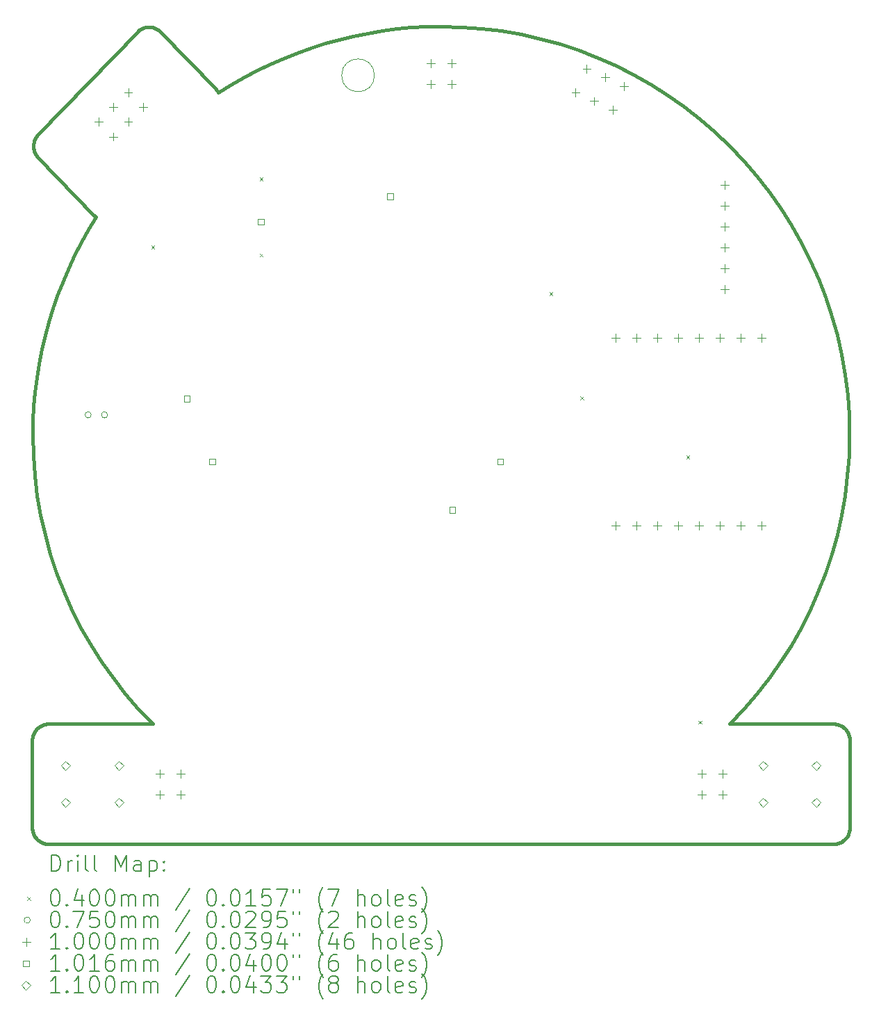
<source format=gbr>
%TF.GenerationSoftware,KiCad,Pcbnew,(6.0.9)*%
%TF.CreationDate,2023-02-14T14:55:29-08:00*%
%TF.ProjectId,DC31_Cnet_Badge_Rear,44433331-5f43-46e6-9574-5f4261646765,rev?*%
%TF.SameCoordinates,Original*%
%TF.FileFunction,Drillmap*%
%TF.FilePolarity,Positive*%
%FSLAX45Y45*%
G04 Gerber Fmt 4.5, Leading zero omitted, Abs format (unit mm)*
G04 Created by KiCad (PCBNEW (6.0.9)) date 2023-02-14 14:55:29*
%MOMM*%
%LPD*%
G01*
G04 APERTURE LIST*
%ADD10C,0.464309*%
%ADD11C,0.100000*%
%ADD12C,0.200000*%
%ADD13C,0.040000*%
%ADD14C,0.075000*%
%ADD15C,0.101600*%
%ADD16C,0.110000*%
G04 APERTURE END LIST*
D10*
X5073216Y-6602949D02*
X5079168Y-6610837D01*
X5043101Y-6541155D02*
X5046119Y-6550571D01*
X14908316Y-14935425D02*
X14915572Y-14929139D01*
X14977031Y-14821412D02*
X14978790Y-14811563D01*
X6488676Y-5036275D02*
X6479281Y-5034088D01*
X5021218Y-14811560D02*
X5022976Y-14821408D01*
X5040529Y-6531587D02*
X5043101Y-6541155D01*
X14390504Y-7656459D02*
X14270788Y-7444780D01*
X12126495Y-5500375D02*
X11904531Y-5402028D01*
X9283583Y-5076226D02*
X9106970Y-5105473D01*
X5787985Y-7341927D02*
X5791178Y-7344440D01*
X5188434Y-14978788D02*
X5198442Y-14980061D01*
X5092243Y-6338368D02*
X5092243Y-6338368D01*
X5019174Y-14791398D02*
X5019946Y-14801553D01*
X5178598Y-13522977D02*
X5168923Y-13525210D01*
X14811563Y-14978790D02*
X14821412Y-14977031D01*
X5027907Y-13659431D02*
X5025212Y-13668921D01*
X14980063Y-13698454D02*
X14978792Y-13688447D01*
X5862782Y-12761324D02*
X6003501Y-12960998D01*
X5064585Y-13591692D02*
X5058648Y-13599247D01*
X13519128Y-6480857D02*
X13340298Y-6310679D01*
X5208598Y-14980834D02*
X5218889Y-14981096D01*
X6365412Y-5045614D02*
X6356636Y-5049629D01*
X5053072Y-13607087D02*
X5047870Y-13615201D01*
X10975449Y-5119708D02*
X10734912Y-5077740D01*
X5046119Y-6550571D02*
X5049576Y-6559819D01*
X5018914Y-14781108D02*
X5018914Y-14781108D01*
X6374367Y-5042045D02*
X6365412Y-5045614D01*
X12960890Y-5999756D02*
X12761126Y-5859349D01*
X14867820Y-13538641D02*
X14858962Y-13534636D01*
X6339686Y-5058971D02*
X6331544Y-5064285D01*
X5067663Y-6369315D02*
X5062515Y-6377723D01*
X14922526Y-13577497D02*
X14915581Y-13570876D01*
X14831087Y-14974797D02*
X14840577Y-14972102D01*
X6411656Y-5032374D02*
X6402145Y-5034088D01*
X5047870Y-13615201D02*
X5043055Y-13623576D01*
X13514416Y-13518912D02*
X13684910Y-13340229D01*
X5141048Y-14965372D02*
X5150129Y-14968953D01*
X14781120Y-13518912D02*
X14781120Y-13518912D01*
X13996465Y-12961056D02*
X14137188Y-12761383D01*
X14961377Y-13632205D02*
X14956961Y-13623583D01*
X14981096Y-13718899D02*
X14981096Y-13718899D01*
X9640134Y-5036822D02*
X9461360Y-5053326D01*
X5018914Y-13718899D02*
X5018914Y-14781108D01*
X14952139Y-14884806D02*
X14956955Y-14876432D01*
X5023203Y-10000004D02*
X5023203Y-10000004D01*
X14970441Y-10246896D02*
X14976808Y-10000005D01*
X7756051Y-5561932D02*
X7597443Y-5646051D01*
X14387674Y-12343903D02*
X14497098Y-12126914D01*
X5048058Y-10492073D02*
X5078511Y-10735168D01*
X6323646Y-5070017D02*
X6316007Y-5076161D01*
X6579852Y-5089659D02*
X6579852Y-5089659D01*
X5178586Y-14977028D02*
X5188434Y-14978788D01*
X5794422Y-7346885D02*
X5794422Y-7346885D01*
X9461360Y-5053326D02*
X9283583Y-5076226D01*
X5067663Y-6594793D02*
X5073216Y-6602949D01*
X13514416Y-13518912D02*
X13514416Y-13518912D01*
X5051891Y-9474340D02*
X5036172Y-9648842D01*
X14935425Y-14908316D02*
X14941362Y-14900761D01*
X7266380Y-5799185D02*
X7262038Y-5794224D01*
X5702996Y-7497184D02*
X5617122Y-7650279D01*
X5272618Y-8452250D02*
X5221007Y-8618853D01*
X7257537Y-5789409D02*
X7257537Y-5789409D01*
X5150129Y-14968953D02*
X5159421Y-14972098D01*
X14970691Y-9753216D02*
X14952454Y-9508103D01*
X5218889Y-14981096D02*
X5218889Y-14981096D01*
X5062515Y-6377723D02*
X5057781Y-6386366D01*
X5038633Y-14867802D02*
X5043049Y-14876425D01*
X7288905Y-5831784D02*
X7285586Y-5826035D01*
X5141059Y-13534631D02*
X5132201Y-13538636D01*
X14821412Y-14977031D02*
X14831087Y-14974797D01*
X5084438Y-13570869D02*
X5077492Y-13577490D01*
X14978790Y-14811563D02*
X14980062Y-14801555D01*
X5123567Y-14956949D02*
X5132190Y-14961366D01*
X6392750Y-5036275D02*
X6383485Y-5038930D01*
X13684910Y-13340229D02*
X13845649Y-13154141D01*
X5077492Y-13577490D02*
X5070870Y-13584436D01*
X10000005Y-5023203D02*
X9819738Y-5026764D01*
X5049576Y-6404290D02*
X5046119Y-6413538D01*
X14801555Y-14980062D02*
X14811563Y-14978790D01*
X14981096Y-14781108D02*
X14981096Y-14781108D01*
X8931688Y-5141016D02*
X8757906Y-5182806D01*
X5462212Y-7964236D02*
X5393266Y-8124786D01*
X14981096Y-13718899D02*
X14980836Y-13708609D01*
X5043049Y-14876425D02*
X5047864Y-14884799D01*
X5099249Y-13558646D02*
X5091694Y-13564583D01*
X5034628Y-14858944D02*
X5038633Y-14867802D01*
X5198454Y-13519945D02*
X5188446Y-13521218D01*
X5019947Y-13698452D02*
X5019174Y-13708608D01*
X5123578Y-13543053D02*
X5115203Y-13547868D01*
X5062515Y-6586385D02*
X5067663Y-6594793D01*
X14974800Y-13668925D02*
X14972106Y-13659436D01*
X9999987Y-5023203D02*
X9999987Y-5023203D01*
X14952146Y-13615208D02*
X14946944Y-13607095D01*
X5034835Y-6471978D02*
X5034593Y-6482054D01*
X7597443Y-5646051D02*
X7441672Y-5736019D01*
X5168911Y-14974794D02*
X5178586Y-14977028D01*
X11678036Y-5314620D02*
X11447419Y-5238317D01*
X5085512Y-6345669D02*
X5079168Y-6353272D01*
X5036172Y-9648842D02*
X5026594Y-9824116D01*
X7441672Y-5736019D02*
X7288905Y-5831784D01*
X5769927Y-7325491D02*
X5772801Y-7328388D01*
X6549882Y-5064285D02*
X6541741Y-5058971D01*
X12555201Y-5729204D02*
X12343521Y-5609490D01*
X12761126Y-5859349D02*
X12555201Y-5729204D01*
X6316007Y-5076161D02*
X6308645Y-5082711D01*
X5781751Y-7336704D02*
X5784842Y-7339348D01*
X5049576Y-6559819D02*
X5053465Y-6568881D01*
X5772801Y-7328388D02*
X5775730Y-7331224D01*
X5316526Y-11678421D02*
X5404232Y-11904911D01*
X5218901Y-13518912D02*
X5208610Y-13519173D01*
X14140641Y-7238855D02*
X14000233Y-7039092D01*
X14781108Y-14981096D02*
X14791399Y-14980835D01*
X5791178Y-7344440D02*
X5794422Y-7346885D01*
X8247224Y-5345157D02*
X8081109Y-5411434D01*
X14952454Y-9508103D02*
X14922266Y-9265073D01*
X5018914Y-14781108D02*
X5019174Y-14791398D01*
X7270559Y-5804288D02*
X7266380Y-5799185D01*
X5084429Y-14929132D02*
X5091685Y-14935418D01*
X7274573Y-5809529D02*
X7270559Y-5804288D01*
X14961371Y-14867809D02*
X14965377Y-14858950D01*
X14821424Y-13522979D02*
X14811576Y-13521220D01*
X5038410Y-6442225D02*
X5036750Y-6452046D01*
X13689307Y-6659686D02*
X13519128Y-6480857D01*
X5769927Y-7325491D02*
X5769927Y-7325491D01*
X5099239Y-14941355D02*
X5107079Y-14946931D01*
X5159421Y-14972098D02*
X5168911Y-14974794D01*
X5022979Y-13678596D02*
X5021220Y-13688444D01*
X14791399Y-14980835D02*
X14801555Y-14980062D01*
X14915572Y-14929139D02*
X14922517Y-14922517D01*
X5208610Y-13519173D02*
X5198454Y-13519945D01*
X5073216Y-6361159D02*
X5067663Y-6369315D01*
X5057781Y-6386366D02*
X5053465Y-6395227D01*
X14849880Y-13531054D02*
X14840588Y-13527909D01*
X5502881Y-12126854D02*
X5612302Y-12343843D01*
X5031052Y-13650139D02*
X5027907Y-13659431D01*
X14867809Y-14961371D02*
X14876432Y-14956955D01*
X7262038Y-5794224D02*
X7257537Y-5789409D01*
X14976808Y-10000005D02*
X14970691Y-9753216D01*
X5035556Y-6502139D02*
X5036750Y-6512062D01*
X14965377Y-14858950D02*
X14968958Y-14849869D01*
X5132190Y-14961366D02*
X5141048Y-14965372D01*
X14876442Y-13543058D02*
X14867820Y-13538641D01*
X6003501Y-12960998D02*
X6154314Y-13154085D01*
X6572781Y-5082711D02*
X6565419Y-5076161D01*
X8585789Y-5230793D02*
X8415506Y-5284926D01*
X14781120Y-13518912D02*
X13514416Y-13518912D01*
X14892930Y-13553076D02*
X14884817Y-13547874D01*
X14595750Y-11904969D02*
X14683460Y-11678477D01*
X14000233Y-7039092D02*
X13849732Y-6845900D01*
X5115193Y-14952133D02*
X5123567Y-14956949D01*
X14900761Y-14941362D02*
X14908316Y-14935425D01*
X5393266Y-8124786D02*
X5330053Y-8287509D01*
X5064577Y-14908308D02*
X5070862Y-14915565D01*
X5188446Y-13521218D02*
X5178598Y-13522977D01*
X5036750Y-6512062D02*
X5038410Y-6521884D01*
X5150141Y-13531050D02*
X5141059Y-13534631D01*
X14761683Y-8552562D02*
X14685379Y-8321944D01*
X5404232Y-11904911D02*
X5502881Y-12126854D01*
X7282090Y-5820407D02*
X7278417Y-5814903D01*
X14974797Y-14831087D02*
X14977031Y-14821412D01*
X14683460Y-11678477D02*
X14760059Y-11447846D01*
X5085512Y-6618440D02*
X5092243Y-6625741D01*
X14956955Y-14876432D02*
X14961371Y-14867809D01*
X5078511Y-10735168D02*
X5120753Y-10975759D01*
X14978792Y-13688447D02*
X14977033Y-13678600D01*
X5135437Y-8957020D02*
X5101568Y-9128274D01*
X14267647Y-12555529D02*
X14387674Y-12343903D01*
X11447419Y-5238317D02*
X11213087Y-5173291D01*
X5073704Y-9300766D02*
X5051891Y-9474340D01*
X5079168Y-6610837D02*
X5085512Y-6618440D01*
X7285586Y-5826035D02*
X7282090Y-5820407D01*
X6460162Y-5031142D02*
X6450470Y-5030397D01*
X5019174Y-13708608D02*
X5018914Y-13718899D01*
X14801567Y-13519947D02*
X14791411Y-13519173D01*
X5107079Y-14946931D02*
X5115193Y-14952133D01*
X5046119Y-6413538D02*
X5043101Y-6422954D01*
X14840577Y-14972102D02*
X14849869Y-14968958D01*
X12343521Y-5609490D02*
X12126495Y-5500375D01*
X14956961Y-13623583D02*
X14952146Y-13615208D01*
X14972102Y-14840577D02*
X14974797Y-14831087D01*
X6301574Y-5089659D02*
X6301574Y-5089659D01*
X14760059Y-11447846D02*
X14825376Y-11213484D01*
X14915581Y-13570876D02*
X14908325Y-13564590D01*
X6301574Y-5089659D02*
X5092243Y-6338368D01*
X5021220Y-13688444D02*
X5019947Y-13698452D01*
X5617122Y-7650279D02*
X5536846Y-7806015D01*
X13519128Y-6480857D02*
X13519128Y-6480857D01*
X14980062Y-14801555D02*
X14980835Y-14791399D01*
X5091694Y-13564583D02*
X5084438Y-13570869D01*
X14935432Y-13591699D02*
X14929147Y-13584443D01*
X5115203Y-13547868D02*
X5107089Y-13553070D01*
X6485542Y-13518861D02*
X5218901Y-13518912D01*
X7288905Y-5831784D02*
X7288905Y-5831784D01*
X6154314Y-13154085D02*
X6315051Y-13340175D01*
X6541741Y-5058971D02*
X6533371Y-5054084D01*
X8081109Y-5411434D02*
X7917329Y-5483709D01*
X6479281Y-5034088D02*
X6469770Y-5032374D01*
X5778714Y-7333996D02*
X5781751Y-7336704D01*
X14965381Y-13641063D02*
X14961377Y-13632205D01*
X14922517Y-14922517D02*
X14929139Y-14915572D01*
X5101568Y-9128274D02*
X5073704Y-9300766D01*
X5053465Y-6395227D02*
X5049576Y-6404290D01*
X5077484Y-14922510D02*
X5084429Y-14929132D01*
X14858950Y-14965377D02*
X14867809Y-14961371D01*
X14968958Y-14849869D02*
X14972102Y-14840577D01*
X14826711Y-8786894D02*
X14761683Y-8552562D01*
X5053065Y-14892913D02*
X5058641Y-14900754D01*
X14831099Y-13525213D02*
X14821424Y-13522979D01*
X6497941Y-5038930D02*
X6488676Y-5036275D01*
X5218901Y-13518912D02*
X5218901Y-13518912D01*
X14858962Y-13534636D02*
X14849880Y-13531054D01*
X6440713Y-5030148D02*
X6440713Y-5030148D01*
X5330053Y-8287509D02*
X5272618Y-8452250D01*
X14840588Y-13527909D02*
X14831099Y-13525213D01*
X5174616Y-11213437D02*
X5239930Y-11447794D01*
X5168923Y-13525210D02*
X5159433Y-13527906D01*
X5092243Y-6625741D02*
X5769927Y-7325491D01*
X6565419Y-5076161D02*
X6557781Y-5070017D01*
X5026594Y-9824116D02*
X5023203Y-10000004D01*
X5091685Y-14935418D02*
X5099239Y-14941355D01*
X5025209Y-14831082D02*
X5027904Y-14840572D01*
X14929147Y-13584443D02*
X14922526Y-13577497D01*
X6469770Y-5032374D02*
X6460162Y-5031142D01*
X14884806Y-14952139D02*
X14892920Y-14946937D01*
X5058648Y-13599247D02*
X5053072Y-13607087D01*
X14781108Y-14981096D02*
X14781108Y-14981096D01*
X5218889Y-14981096D02*
X14781108Y-14981096D01*
X5775730Y-7331224D02*
X5778714Y-7333996D01*
X9106970Y-5105473D02*
X8931688Y-5141016D01*
X6516015Y-5045614D02*
X6507060Y-5042045D01*
X7257537Y-5789409D02*
X6579852Y-5089659D01*
X5038410Y-6521884D02*
X5040529Y-6531587D01*
X9819738Y-5026764D02*
X9640134Y-5036822D01*
X6430956Y-5030397D02*
X6421265Y-5031142D01*
X6331544Y-5064285D02*
X6323646Y-5070017D01*
X5023203Y-10000004D02*
X5029566Y-10246883D01*
X5536846Y-7806015D02*
X5462212Y-7964236D01*
X14946937Y-14892920D02*
X14952139Y-14884806D01*
X14597968Y-8095449D02*
X14499620Y-7873485D01*
X5092243Y-6338368D02*
X5085512Y-6345669D01*
X6421265Y-5031142D02*
X6411656Y-5032374D01*
X5034593Y-6482054D02*
X5034835Y-6492131D01*
X5043101Y-6422954D02*
X5040529Y-6432522D01*
X14968962Y-13650144D02*
X14965381Y-13641063D01*
X14941369Y-13599254D02*
X14935432Y-13591699D01*
X5612302Y-12343843D02*
X5732325Y-12555469D01*
X5036750Y-6452046D02*
X5035556Y-6461969D01*
X14270788Y-7444780D02*
X14140641Y-7238855D01*
X14980836Y-13708609D02*
X14980063Y-13698454D01*
X8415506Y-5284926D02*
X8247224Y-5345157D01*
X5120753Y-10975759D02*
X5174616Y-11213437D01*
X14976808Y-10000005D02*
X14976808Y-10000005D01*
X10246773Y-5029318D02*
X9999987Y-5023203D01*
X14879243Y-10975800D02*
X14921489Y-10735202D01*
X5029566Y-10246883D02*
X5048058Y-10492073D01*
X5784842Y-7339348D02*
X5787985Y-7341927D01*
X5057781Y-6577743D02*
X5062515Y-6586385D01*
X6450470Y-5030397D02*
X6440713Y-5030148D01*
X5053465Y-6568881D02*
X5057781Y-6577743D01*
X10491884Y-5047553D02*
X10246773Y-5029318D01*
X9999987Y-5023203D02*
X10000005Y-5023203D01*
X6507060Y-5042045D02*
X6497941Y-5038930D01*
D11*
X9190000Y-5620000D02*
G75*
G03*
X9190000Y-5620000I-200000J0D01*
G01*
D10*
X5040529Y-6432522D02*
X5038410Y-6442225D01*
X5732325Y-12555469D02*
X5862782Y-12761324D01*
X14811576Y-13521220D02*
X14801567Y-13519947D01*
X5043055Y-13623576D02*
X5038638Y-13632199D01*
X5019946Y-14801553D02*
X5021218Y-14811560D01*
X14849869Y-14968958D02*
X14858950Y-14965377D01*
X14922266Y-9265073D02*
X14880295Y-9024534D01*
X5058641Y-14900754D02*
X5064577Y-14908308D01*
X5070862Y-14915565D02*
X5077484Y-14922510D01*
X5018914Y-13718899D02*
X5018914Y-13718899D01*
X6440713Y-5030148D02*
X6430956Y-5030397D01*
X6402145Y-5034088D02*
X6392750Y-5036275D01*
X5175265Y-8787161D02*
X5135437Y-8957020D01*
X5794422Y-7346885D02*
X5702996Y-7497184D01*
X5221007Y-8618853D02*
X5175265Y-8787161D01*
X14951945Y-10492098D02*
X14970441Y-10246896D01*
X6533371Y-5054084D02*
X6524791Y-5049629D01*
X5132201Y-13538636D02*
X5123578Y-13543053D01*
X8757906Y-5182806D02*
X8585789Y-5230793D01*
X5239930Y-11447794D02*
X5316526Y-11678421D01*
X5025212Y-13668921D02*
X5022979Y-13678596D01*
X5022976Y-14821408D02*
X5025209Y-14831082D01*
X14929139Y-14915572D02*
X14935425Y-14908316D01*
X14941362Y-14900761D02*
X14946937Y-14892920D01*
X5107089Y-13553070D02*
X5099249Y-13558646D01*
X14685379Y-8321944D02*
X14597968Y-8095449D01*
X13845649Y-13154141D02*
X13996465Y-12961056D01*
X7278417Y-5814903D02*
X7274573Y-5809529D01*
X14497098Y-12126914D02*
X14595750Y-11904969D01*
X5070870Y-13584436D02*
X5064585Y-13591692D01*
X14499620Y-7873485D02*
X14390504Y-7656459D01*
X14972106Y-13659436D02*
X14968962Y-13650144D01*
X5034835Y-6492131D02*
X5035556Y-6502139D01*
X6383485Y-5038930D02*
X6374367Y-5042045D01*
X5092243Y-6625741D02*
X5092243Y-6625741D01*
X6356636Y-5049629D02*
X6348055Y-5054084D01*
X14977033Y-13678600D02*
X14974800Y-13668925D01*
X11904531Y-5402028D02*
X11678036Y-5314620D01*
X14791411Y-13519173D02*
X14781120Y-13518912D01*
X14137188Y-12761383D02*
X14267647Y-12555529D01*
X11213087Y-5173291D02*
X10975449Y-5119708D01*
X14825376Y-11213484D02*
X14879243Y-10975800D01*
X5198442Y-14980061D02*
X5208598Y-14980834D01*
X5034633Y-13641057D02*
X5031052Y-13650139D01*
X6579852Y-5089659D02*
X6572781Y-5082711D01*
X5027904Y-14840572D02*
X5031048Y-14849863D01*
X5079168Y-6353272D02*
X5073216Y-6361159D01*
X14921489Y-10735202D02*
X14951945Y-10492098D01*
X13340298Y-6310679D02*
X13154083Y-6150256D01*
X14980835Y-14791399D02*
X14981096Y-14781108D01*
X6348055Y-5054084D02*
X6339686Y-5058971D01*
X5034593Y-6482054D02*
X5034593Y-6482054D01*
X13154083Y-6150256D02*
X12960890Y-5999756D01*
X6315051Y-13340175D02*
X6485542Y-13518861D01*
X14900771Y-13558652D02*
X14892930Y-13553076D01*
X5159433Y-13527906D02*
X5150141Y-13531050D01*
X13849732Y-6845900D02*
X13689307Y-6659686D01*
X10734912Y-5077740D02*
X10491884Y-5047553D01*
X14884817Y-13547874D02*
X14876442Y-13543058D01*
X14946944Y-13607095D02*
X14941369Y-13599254D01*
X14908325Y-13564590D02*
X14900771Y-13558652D01*
X14880295Y-9024534D02*
X14826711Y-8786894D01*
X6524791Y-5049629D02*
X6516015Y-5045614D01*
X5031048Y-14849863D02*
X5034628Y-14858944D01*
X14892920Y-14946937D02*
X14900761Y-14941362D01*
X5047864Y-14884799D02*
X5053065Y-14892913D01*
X14876432Y-14956955D02*
X14884806Y-14952139D01*
X5035556Y-6461969D02*
X5034835Y-6471978D01*
X6308645Y-5082711D02*
X6301574Y-5089659D01*
X6557781Y-5070017D02*
X6549882Y-5064285D01*
X5038638Y-13632199D02*
X5034633Y-13641057D01*
X7917329Y-5483709D02*
X7756051Y-5561932D01*
X6485542Y-13518861D02*
X6485542Y-13518861D01*
X14981096Y-14781108D02*
X14981096Y-13718899D01*
D12*
D13*
X6470000Y-7690000D02*
X6510000Y-7730000D01*
X6510000Y-7690000D02*
X6470000Y-7730000D01*
X7790000Y-6860000D02*
X7830000Y-6900000D01*
X7830000Y-6860000D02*
X7790000Y-6900000D01*
X7790000Y-7790000D02*
X7830000Y-7830000D01*
X7830000Y-7790000D02*
X7790000Y-7830000D01*
X11320000Y-8260000D02*
X11360000Y-8300000D01*
X11360000Y-8260000D02*
X11320000Y-8300000D01*
X11700000Y-9530000D02*
X11740000Y-9570000D01*
X11740000Y-9530000D02*
X11700000Y-9570000D01*
X12990000Y-10250000D02*
X13030000Y-10290000D01*
X13030000Y-10250000D02*
X12990000Y-10290000D01*
X13140000Y-13480000D02*
X13180000Y-13520000D01*
X13180000Y-13480000D02*
X13140000Y-13520000D01*
D14*
X5737500Y-9755000D02*
G75*
G03*
X5737500Y-9755000I-37500J0D01*
G01*
X5937500Y-9755000D02*
G75*
G03*
X5937500Y-9755000I-37500J0D01*
G01*
D11*
X5830239Y-6137328D02*
X5830239Y-6237328D01*
X5780239Y-6187328D02*
X5880239Y-6187328D01*
X6009844Y-5957723D02*
X6009844Y-6057723D01*
X5959844Y-6007723D02*
X6059844Y-6007723D01*
X6009844Y-6316933D02*
X6009844Y-6416933D01*
X5959844Y-6366933D02*
X6059844Y-6366933D01*
X6189449Y-5778117D02*
X6189449Y-5878117D01*
X6139449Y-5828117D02*
X6239449Y-5828117D01*
X6189449Y-6137328D02*
X6189449Y-6237328D01*
X6139449Y-6187328D02*
X6239449Y-6187328D01*
X6369054Y-5957723D02*
X6369054Y-6057723D01*
X6319054Y-6007723D02*
X6419054Y-6007723D01*
X6575000Y-14075000D02*
X6575000Y-14175000D01*
X6525000Y-14125000D02*
X6625000Y-14125000D01*
X6575000Y-14329000D02*
X6575000Y-14429000D01*
X6525000Y-14379000D02*
X6625000Y-14379000D01*
X6829000Y-14075000D02*
X6829000Y-14175000D01*
X6779000Y-14125000D02*
X6879000Y-14125000D01*
X6829000Y-14329000D02*
X6829000Y-14429000D01*
X6779000Y-14379000D02*
X6879000Y-14379000D01*
X9875000Y-5425000D02*
X9875000Y-5525000D01*
X9825000Y-5475000D02*
X9925000Y-5475000D01*
X9875000Y-5679000D02*
X9875000Y-5779000D01*
X9825000Y-5729000D02*
X9925000Y-5729000D01*
X10129000Y-5425000D02*
X10129000Y-5525000D01*
X10079000Y-5475000D02*
X10179000Y-5475000D01*
X10129000Y-5679000D02*
X10129000Y-5779000D01*
X10079000Y-5729000D02*
X10179000Y-5729000D01*
X11641608Y-5778709D02*
X11641608Y-5878709D01*
X11591608Y-5828709D02*
X11691608Y-5828709D01*
X11776846Y-5488691D02*
X11776846Y-5588691D01*
X11726846Y-5538691D02*
X11826846Y-5538691D01*
X11868185Y-5884364D02*
X11868185Y-5984364D01*
X11818185Y-5934364D02*
X11918185Y-5934364D01*
X12003423Y-5594345D02*
X12003423Y-5694345D01*
X11953423Y-5644345D02*
X12053423Y-5644345D01*
X12094762Y-5990018D02*
X12094762Y-6090018D01*
X12044762Y-6040018D02*
X12144762Y-6040018D01*
X12130000Y-8764000D02*
X12130000Y-8864000D01*
X12080000Y-8814000D02*
X12180000Y-8814000D01*
X12130000Y-11050000D02*
X12130000Y-11150000D01*
X12080000Y-11100000D02*
X12180000Y-11100000D01*
X12230000Y-5700000D02*
X12230000Y-5800000D01*
X12180000Y-5750000D02*
X12280000Y-5750000D01*
X12384000Y-8764000D02*
X12384000Y-8864000D01*
X12334000Y-8814000D02*
X12434000Y-8814000D01*
X12384000Y-11050000D02*
X12384000Y-11150000D01*
X12334000Y-11100000D02*
X12434000Y-11100000D01*
X12638000Y-8764000D02*
X12638000Y-8864000D01*
X12588000Y-8814000D02*
X12688000Y-8814000D01*
X12638000Y-11050000D02*
X12638000Y-11150000D01*
X12588000Y-11100000D02*
X12688000Y-11100000D01*
X12892000Y-8764000D02*
X12892000Y-8864000D01*
X12842000Y-8814000D02*
X12942000Y-8814000D01*
X12892000Y-11050000D02*
X12892000Y-11150000D01*
X12842000Y-11100000D02*
X12942000Y-11100000D01*
X13146000Y-8764000D02*
X13146000Y-8864000D01*
X13096000Y-8814000D02*
X13196000Y-8814000D01*
X13146000Y-11050000D02*
X13146000Y-11150000D01*
X13096000Y-11100000D02*
X13196000Y-11100000D01*
X13175000Y-14075000D02*
X13175000Y-14175000D01*
X13125000Y-14125000D02*
X13225000Y-14125000D01*
X13175000Y-14329000D02*
X13175000Y-14429000D01*
X13125000Y-14379000D02*
X13225000Y-14379000D01*
X13400000Y-8764000D02*
X13400000Y-8864000D01*
X13350000Y-8814000D02*
X13450000Y-8814000D01*
X13400000Y-11050000D02*
X13400000Y-11150000D01*
X13350000Y-11100000D02*
X13450000Y-11100000D01*
X13429000Y-14075000D02*
X13429000Y-14175000D01*
X13379000Y-14125000D02*
X13479000Y-14125000D01*
X13429000Y-14329000D02*
X13429000Y-14429000D01*
X13379000Y-14379000D02*
X13479000Y-14379000D01*
X13460000Y-6902000D02*
X13460000Y-7002000D01*
X13410000Y-6952000D02*
X13510000Y-6952000D01*
X13460000Y-7156000D02*
X13460000Y-7256000D01*
X13410000Y-7206000D02*
X13510000Y-7206000D01*
X13460000Y-7410000D02*
X13460000Y-7510000D01*
X13410000Y-7460000D02*
X13510000Y-7460000D01*
X13460000Y-7664000D02*
X13460000Y-7764000D01*
X13410000Y-7714000D02*
X13510000Y-7714000D01*
X13460000Y-7918000D02*
X13460000Y-8018000D01*
X13410000Y-7968000D02*
X13510000Y-7968000D01*
X13460000Y-8172000D02*
X13460000Y-8272000D01*
X13410000Y-8222000D02*
X13510000Y-8222000D01*
X13654000Y-8764000D02*
X13654000Y-8864000D01*
X13604000Y-8814000D02*
X13704000Y-8814000D01*
X13654000Y-11050000D02*
X13654000Y-11150000D01*
X13604000Y-11100000D02*
X13704000Y-11100000D01*
X13908000Y-8764000D02*
X13908000Y-8864000D01*
X13858000Y-8814000D02*
X13958000Y-8814000D01*
X13908000Y-11050000D02*
X13908000Y-11150000D01*
X13858000Y-11100000D02*
X13958000Y-11100000D01*
D15*
X6940901Y-9594701D02*
X6940901Y-9522859D01*
X6869059Y-9522859D01*
X6869059Y-9594701D01*
X6940901Y-9594701D01*
X7250781Y-10359241D02*
X7250781Y-10287399D01*
X7178939Y-10287399D01*
X7178939Y-10359241D01*
X7250781Y-10359241D01*
X7842601Y-7440781D02*
X7842601Y-7368939D01*
X7770759Y-7368939D01*
X7770759Y-7440781D01*
X7842601Y-7440781D01*
X9417401Y-7130901D02*
X9417401Y-7059059D01*
X9345559Y-7059059D01*
X9345559Y-7130901D01*
X9417401Y-7130901D01*
X10174321Y-10948521D02*
X10174321Y-10876679D01*
X10102479Y-10876679D01*
X10102479Y-10948521D01*
X10174321Y-10948521D01*
X10758521Y-10361781D02*
X10758521Y-10289939D01*
X10686679Y-10289939D01*
X10686679Y-10361781D01*
X10758521Y-10361781D01*
D16*
X5425000Y-14080000D02*
X5480000Y-14025000D01*
X5425000Y-13970000D01*
X5370000Y-14025000D01*
X5425000Y-14080000D01*
X5425000Y-14530000D02*
X5480000Y-14475000D01*
X5425000Y-14420000D01*
X5370000Y-14475000D01*
X5425000Y-14530000D01*
X6075000Y-14080000D02*
X6130000Y-14025000D01*
X6075000Y-13970000D01*
X6020000Y-14025000D01*
X6075000Y-14080000D01*
X6075000Y-14530000D02*
X6130000Y-14475000D01*
X6075000Y-14420000D01*
X6020000Y-14475000D01*
X6075000Y-14530000D01*
X13925000Y-14080000D02*
X13980000Y-14025000D01*
X13925000Y-13970000D01*
X13870000Y-14025000D01*
X13925000Y-14080000D01*
X13925000Y-14530000D02*
X13980000Y-14475000D01*
X13925000Y-14420000D01*
X13870000Y-14475000D01*
X13925000Y-14530000D01*
X14575000Y-14080000D02*
X14630000Y-14025000D01*
X14575000Y-13970000D01*
X14520000Y-14025000D01*
X14575000Y-14080000D01*
X14575000Y-14530000D02*
X14630000Y-14475000D01*
X14575000Y-14420000D01*
X14520000Y-14475000D01*
X14575000Y-14530000D01*
D12*
X5253317Y-15314787D02*
X5253317Y-15114787D01*
X5300936Y-15114787D01*
X5329508Y-15124311D01*
X5348555Y-15143359D01*
X5358079Y-15162406D01*
X5367603Y-15200502D01*
X5367603Y-15229073D01*
X5358079Y-15267168D01*
X5348555Y-15286216D01*
X5329508Y-15305264D01*
X5300936Y-15314787D01*
X5253317Y-15314787D01*
X5453317Y-15314787D02*
X5453317Y-15181454D01*
X5453317Y-15219549D02*
X5462841Y-15200502D01*
X5472365Y-15190978D01*
X5491412Y-15181454D01*
X5510460Y-15181454D01*
X5577127Y-15314787D02*
X5577127Y-15181454D01*
X5577127Y-15114787D02*
X5567603Y-15124311D01*
X5577127Y-15133835D01*
X5586651Y-15124311D01*
X5577127Y-15114787D01*
X5577127Y-15133835D01*
X5700936Y-15314787D02*
X5681889Y-15305264D01*
X5672365Y-15286216D01*
X5672365Y-15114787D01*
X5805698Y-15314787D02*
X5786650Y-15305264D01*
X5777127Y-15286216D01*
X5777127Y-15114787D01*
X6034270Y-15314787D02*
X6034270Y-15114787D01*
X6100936Y-15257645D01*
X6167603Y-15114787D01*
X6167603Y-15314787D01*
X6348555Y-15314787D02*
X6348555Y-15210025D01*
X6339031Y-15190978D01*
X6319984Y-15181454D01*
X6281889Y-15181454D01*
X6262841Y-15190978D01*
X6348555Y-15305264D02*
X6329508Y-15314787D01*
X6281889Y-15314787D01*
X6262841Y-15305264D01*
X6253317Y-15286216D01*
X6253317Y-15267168D01*
X6262841Y-15248121D01*
X6281889Y-15238597D01*
X6329508Y-15238597D01*
X6348555Y-15229073D01*
X6443793Y-15181454D02*
X6443793Y-15381454D01*
X6443793Y-15190978D02*
X6462841Y-15181454D01*
X6500936Y-15181454D01*
X6519984Y-15190978D01*
X6529508Y-15200502D01*
X6539031Y-15219549D01*
X6539031Y-15276692D01*
X6529508Y-15295740D01*
X6519984Y-15305264D01*
X6500936Y-15314787D01*
X6462841Y-15314787D01*
X6443793Y-15305264D01*
X6624746Y-15295740D02*
X6634270Y-15305264D01*
X6624746Y-15314787D01*
X6615222Y-15305264D01*
X6624746Y-15295740D01*
X6624746Y-15314787D01*
X6624746Y-15190978D02*
X6634270Y-15200502D01*
X6624746Y-15210025D01*
X6615222Y-15200502D01*
X6624746Y-15190978D01*
X6624746Y-15210025D01*
D13*
X4955698Y-15624311D02*
X4995698Y-15664311D01*
X4995698Y-15624311D02*
X4955698Y-15664311D01*
D12*
X5291412Y-15534787D02*
X5310460Y-15534787D01*
X5329508Y-15544311D01*
X5339032Y-15553835D01*
X5348555Y-15572883D01*
X5358079Y-15610978D01*
X5358079Y-15658597D01*
X5348555Y-15696692D01*
X5339032Y-15715740D01*
X5329508Y-15725264D01*
X5310460Y-15734787D01*
X5291412Y-15734787D01*
X5272365Y-15725264D01*
X5262841Y-15715740D01*
X5253317Y-15696692D01*
X5243793Y-15658597D01*
X5243793Y-15610978D01*
X5253317Y-15572883D01*
X5262841Y-15553835D01*
X5272365Y-15544311D01*
X5291412Y-15534787D01*
X5443793Y-15715740D02*
X5453317Y-15725264D01*
X5443793Y-15734787D01*
X5434270Y-15725264D01*
X5443793Y-15715740D01*
X5443793Y-15734787D01*
X5624746Y-15601454D02*
X5624746Y-15734787D01*
X5577127Y-15525264D02*
X5529508Y-15668121D01*
X5653317Y-15668121D01*
X5767603Y-15534787D02*
X5786650Y-15534787D01*
X5805698Y-15544311D01*
X5815222Y-15553835D01*
X5824746Y-15572883D01*
X5834270Y-15610978D01*
X5834270Y-15658597D01*
X5824746Y-15696692D01*
X5815222Y-15715740D01*
X5805698Y-15725264D01*
X5786650Y-15734787D01*
X5767603Y-15734787D01*
X5748555Y-15725264D01*
X5739031Y-15715740D01*
X5729508Y-15696692D01*
X5719984Y-15658597D01*
X5719984Y-15610978D01*
X5729508Y-15572883D01*
X5739031Y-15553835D01*
X5748555Y-15544311D01*
X5767603Y-15534787D01*
X5958079Y-15534787D02*
X5977127Y-15534787D01*
X5996174Y-15544311D01*
X6005698Y-15553835D01*
X6015222Y-15572883D01*
X6024746Y-15610978D01*
X6024746Y-15658597D01*
X6015222Y-15696692D01*
X6005698Y-15715740D01*
X5996174Y-15725264D01*
X5977127Y-15734787D01*
X5958079Y-15734787D01*
X5939031Y-15725264D01*
X5929508Y-15715740D01*
X5919984Y-15696692D01*
X5910460Y-15658597D01*
X5910460Y-15610978D01*
X5919984Y-15572883D01*
X5929508Y-15553835D01*
X5939031Y-15544311D01*
X5958079Y-15534787D01*
X6110460Y-15734787D02*
X6110460Y-15601454D01*
X6110460Y-15620502D02*
X6119984Y-15610978D01*
X6139031Y-15601454D01*
X6167603Y-15601454D01*
X6186650Y-15610978D01*
X6196174Y-15630025D01*
X6196174Y-15734787D01*
X6196174Y-15630025D02*
X6205698Y-15610978D01*
X6224746Y-15601454D01*
X6253317Y-15601454D01*
X6272365Y-15610978D01*
X6281889Y-15630025D01*
X6281889Y-15734787D01*
X6377127Y-15734787D02*
X6377127Y-15601454D01*
X6377127Y-15620502D02*
X6386650Y-15610978D01*
X6405698Y-15601454D01*
X6434270Y-15601454D01*
X6453317Y-15610978D01*
X6462841Y-15630025D01*
X6462841Y-15734787D01*
X6462841Y-15630025D02*
X6472365Y-15610978D01*
X6491412Y-15601454D01*
X6519984Y-15601454D01*
X6539031Y-15610978D01*
X6548555Y-15630025D01*
X6548555Y-15734787D01*
X6939031Y-15525264D02*
X6767603Y-15782406D01*
X7196174Y-15534787D02*
X7215222Y-15534787D01*
X7234270Y-15544311D01*
X7243793Y-15553835D01*
X7253317Y-15572883D01*
X7262841Y-15610978D01*
X7262841Y-15658597D01*
X7253317Y-15696692D01*
X7243793Y-15715740D01*
X7234270Y-15725264D01*
X7215222Y-15734787D01*
X7196174Y-15734787D01*
X7177127Y-15725264D01*
X7167603Y-15715740D01*
X7158079Y-15696692D01*
X7148555Y-15658597D01*
X7148555Y-15610978D01*
X7158079Y-15572883D01*
X7167603Y-15553835D01*
X7177127Y-15544311D01*
X7196174Y-15534787D01*
X7348555Y-15715740D02*
X7358079Y-15725264D01*
X7348555Y-15734787D01*
X7339031Y-15725264D01*
X7348555Y-15715740D01*
X7348555Y-15734787D01*
X7481889Y-15534787D02*
X7500936Y-15534787D01*
X7519984Y-15544311D01*
X7529508Y-15553835D01*
X7539031Y-15572883D01*
X7548555Y-15610978D01*
X7548555Y-15658597D01*
X7539031Y-15696692D01*
X7529508Y-15715740D01*
X7519984Y-15725264D01*
X7500936Y-15734787D01*
X7481889Y-15734787D01*
X7462841Y-15725264D01*
X7453317Y-15715740D01*
X7443793Y-15696692D01*
X7434270Y-15658597D01*
X7434270Y-15610978D01*
X7443793Y-15572883D01*
X7453317Y-15553835D01*
X7462841Y-15544311D01*
X7481889Y-15534787D01*
X7739031Y-15734787D02*
X7624746Y-15734787D01*
X7681889Y-15734787D02*
X7681889Y-15534787D01*
X7662841Y-15563359D01*
X7643793Y-15582406D01*
X7624746Y-15591930D01*
X7919984Y-15534787D02*
X7824746Y-15534787D01*
X7815222Y-15630025D01*
X7824746Y-15620502D01*
X7843793Y-15610978D01*
X7891412Y-15610978D01*
X7910460Y-15620502D01*
X7919984Y-15630025D01*
X7929508Y-15649073D01*
X7929508Y-15696692D01*
X7919984Y-15715740D01*
X7910460Y-15725264D01*
X7891412Y-15734787D01*
X7843793Y-15734787D01*
X7824746Y-15725264D01*
X7815222Y-15715740D01*
X7996174Y-15534787D02*
X8129508Y-15534787D01*
X8043793Y-15734787D01*
X8196174Y-15534787D02*
X8196174Y-15572883D01*
X8272365Y-15534787D02*
X8272365Y-15572883D01*
X8567603Y-15810978D02*
X8558079Y-15801454D01*
X8539032Y-15772883D01*
X8529508Y-15753835D01*
X8519984Y-15725264D01*
X8510460Y-15677645D01*
X8510460Y-15639549D01*
X8519984Y-15591930D01*
X8529508Y-15563359D01*
X8539032Y-15544311D01*
X8558079Y-15515740D01*
X8567603Y-15506216D01*
X8624746Y-15534787D02*
X8758079Y-15534787D01*
X8672365Y-15734787D01*
X8986651Y-15734787D02*
X8986651Y-15534787D01*
X9072365Y-15734787D02*
X9072365Y-15630025D01*
X9062841Y-15610978D01*
X9043793Y-15601454D01*
X9015222Y-15601454D01*
X8996174Y-15610978D01*
X8986651Y-15620502D01*
X9196174Y-15734787D02*
X9177127Y-15725264D01*
X9167603Y-15715740D01*
X9158079Y-15696692D01*
X9158079Y-15639549D01*
X9167603Y-15620502D01*
X9177127Y-15610978D01*
X9196174Y-15601454D01*
X9224746Y-15601454D01*
X9243793Y-15610978D01*
X9253317Y-15620502D01*
X9262841Y-15639549D01*
X9262841Y-15696692D01*
X9253317Y-15715740D01*
X9243793Y-15725264D01*
X9224746Y-15734787D01*
X9196174Y-15734787D01*
X9377127Y-15734787D02*
X9358079Y-15725264D01*
X9348555Y-15706216D01*
X9348555Y-15534787D01*
X9529508Y-15725264D02*
X9510460Y-15734787D01*
X9472365Y-15734787D01*
X9453317Y-15725264D01*
X9443793Y-15706216D01*
X9443793Y-15630025D01*
X9453317Y-15610978D01*
X9472365Y-15601454D01*
X9510460Y-15601454D01*
X9529508Y-15610978D01*
X9539032Y-15630025D01*
X9539032Y-15649073D01*
X9443793Y-15668121D01*
X9615222Y-15725264D02*
X9634270Y-15734787D01*
X9672365Y-15734787D01*
X9691412Y-15725264D01*
X9700936Y-15706216D01*
X9700936Y-15696692D01*
X9691412Y-15677645D01*
X9672365Y-15668121D01*
X9643793Y-15668121D01*
X9624746Y-15658597D01*
X9615222Y-15639549D01*
X9615222Y-15630025D01*
X9624746Y-15610978D01*
X9643793Y-15601454D01*
X9672365Y-15601454D01*
X9691412Y-15610978D01*
X9767603Y-15810978D02*
X9777127Y-15801454D01*
X9796174Y-15772883D01*
X9805698Y-15753835D01*
X9815222Y-15725264D01*
X9824746Y-15677645D01*
X9824746Y-15639549D01*
X9815222Y-15591930D01*
X9805698Y-15563359D01*
X9796174Y-15544311D01*
X9777127Y-15515740D01*
X9767603Y-15506216D01*
D14*
X4995698Y-15908311D02*
G75*
G03*
X4995698Y-15908311I-37500J0D01*
G01*
D12*
X5291412Y-15798787D02*
X5310460Y-15798787D01*
X5329508Y-15808311D01*
X5339032Y-15817835D01*
X5348555Y-15836883D01*
X5358079Y-15874978D01*
X5358079Y-15922597D01*
X5348555Y-15960692D01*
X5339032Y-15979740D01*
X5329508Y-15989264D01*
X5310460Y-15998787D01*
X5291412Y-15998787D01*
X5272365Y-15989264D01*
X5262841Y-15979740D01*
X5253317Y-15960692D01*
X5243793Y-15922597D01*
X5243793Y-15874978D01*
X5253317Y-15836883D01*
X5262841Y-15817835D01*
X5272365Y-15808311D01*
X5291412Y-15798787D01*
X5443793Y-15979740D02*
X5453317Y-15989264D01*
X5443793Y-15998787D01*
X5434270Y-15989264D01*
X5443793Y-15979740D01*
X5443793Y-15998787D01*
X5519984Y-15798787D02*
X5653317Y-15798787D01*
X5567603Y-15998787D01*
X5824746Y-15798787D02*
X5729508Y-15798787D01*
X5719984Y-15894025D01*
X5729508Y-15884502D01*
X5748555Y-15874978D01*
X5796174Y-15874978D01*
X5815222Y-15884502D01*
X5824746Y-15894025D01*
X5834270Y-15913073D01*
X5834270Y-15960692D01*
X5824746Y-15979740D01*
X5815222Y-15989264D01*
X5796174Y-15998787D01*
X5748555Y-15998787D01*
X5729508Y-15989264D01*
X5719984Y-15979740D01*
X5958079Y-15798787D02*
X5977127Y-15798787D01*
X5996174Y-15808311D01*
X6005698Y-15817835D01*
X6015222Y-15836883D01*
X6024746Y-15874978D01*
X6024746Y-15922597D01*
X6015222Y-15960692D01*
X6005698Y-15979740D01*
X5996174Y-15989264D01*
X5977127Y-15998787D01*
X5958079Y-15998787D01*
X5939031Y-15989264D01*
X5929508Y-15979740D01*
X5919984Y-15960692D01*
X5910460Y-15922597D01*
X5910460Y-15874978D01*
X5919984Y-15836883D01*
X5929508Y-15817835D01*
X5939031Y-15808311D01*
X5958079Y-15798787D01*
X6110460Y-15998787D02*
X6110460Y-15865454D01*
X6110460Y-15884502D02*
X6119984Y-15874978D01*
X6139031Y-15865454D01*
X6167603Y-15865454D01*
X6186650Y-15874978D01*
X6196174Y-15894025D01*
X6196174Y-15998787D01*
X6196174Y-15894025D02*
X6205698Y-15874978D01*
X6224746Y-15865454D01*
X6253317Y-15865454D01*
X6272365Y-15874978D01*
X6281889Y-15894025D01*
X6281889Y-15998787D01*
X6377127Y-15998787D02*
X6377127Y-15865454D01*
X6377127Y-15884502D02*
X6386650Y-15874978D01*
X6405698Y-15865454D01*
X6434270Y-15865454D01*
X6453317Y-15874978D01*
X6462841Y-15894025D01*
X6462841Y-15998787D01*
X6462841Y-15894025D02*
X6472365Y-15874978D01*
X6491412Y-15865454D01*
X6519984Y-15865454D01*
X6539031Y-15874978D01*
X6548555Y-15894025D01*
X6548555Y-15998787D01*
X6939031Y-15789264D02*
X6767603Y-16046406D01*
X7196174Y-15798787D02*
X7215222Y-15798787D01*
X7234270Y-15808311D01*
X7243793Y-15817835D01*
X7253317Y-15836883D01*
X7262841Y-15874978D01*
X7262841Y-15922597D01*
X7253317Y-15960692D01*
X7243793Y-15979740D01*
X7234270Y-15989264D01*
X7215222Y-15998787D01*
X7196174Y-15998787D01*
X7177127Y-15989264D01*
X7167603Y-15979740D01*
X7158079Y-15960692D01*
X7148555Y-15922597D01*
X7148555Y-15874978D01*
X7158079Y-15836883D01*
X7167603Y-15817835D01*
X7177127Y-15808311D01*
X7196174Y-15798787D01*
X7348555Y-15979740D02*
X7358079Y-15989264D01*
X7348555Y-15998787D01*
X7339031Y-15989264D01*
X7348555Y-15979740D01*
X7348555Y-15998787D01*
X7481889Y-15798787D02*
X7500936Y-15798787D01*
X7519984Y-15808311D01*
X7529508Y-15817835D01*
X7539031Y-15836883D01*
X7548555Y-15874978D01*
X7548555Y-15922597D01*
X7539031Y-15960692D01*
X7529508Y-15979740D01*
X7519984Y-15989264D01*
X7500936Y-15998787D01*
X7481889Y-15998787D01*
X7462841Y-15989264D01*
X7453317Y-15979740D01*
X7443793Y-15960692D01*
X7434270Y-15922597D01*
X7434270Y-15874978D01*
X7443793Y-15836883D01*
X7453317Y-15817835D01*
X7462841Y-15808311D01*
X7481889Y-15798787D01*
X7624746Y-15817835D02*
X7634270Y-15808311D01*
X7653317Y-15798787D01*
X7700936Y-15798787D01*
X7719984Y-15808311D01*
X7729508Y-15817835D01*
X7739031Y-15836883D01*
X7739031Y-15855930D01*
X7729508Y-15884502D01*
X7615222Y-15998787D01*
X7739031Y-15998787D01*
X7834270Y-15998787D02*
X7872365Y-15998787D01*
X7891412Y-15989264D01*
X7900936Y-15979740D01*
X7919984Y-15951168D01*
X7929508Y-15913073D01*
X7929508Y-15836883D01*
X7919984Y-15817835D01*
X7910460Y-15808311D01*
X7891412Y-15798787D01*
X7853317Y-15798787D01*
X7834270Y-15808311D01*
X7824746Y-15817835D01*
X7815222Y-15836883D01*
X7815222Y-15884502D01*
X7824746Y-15903549D01*
X7834270Y-15913073D01*
X7853317Y-15922597D01*
X7891412Y-15922597D01*
X7910460Y-15913073D01*
X7919984Y-15903549D01*
X7929508Y-15884502D01*
X8110460Y-15798787D02*
X8015222Y-15798787D01*
X8005698Y-15894025D01*
X8015222Y-15884502D01*
X8034270Y-15874978D01*
X8081889Y-15874978D01*
X8100936Y-15884502D01*
X8110460Y-15894025D01*
X8119984Y-15913073D01*
X8119984Y-15960692D01*
X8110460Y-15979740D01*
X8100936Y-15989264D01*
X8081889Y-15998787D01*
X8034270Y-15998787D01*
X8015222Y-15989264D01*
X8005698Y-15979740D01*
X8196174Y-15798787D02*
X8196174Y-15836883D01*
X8272365Y-15798787D02*
X8272365Y-15836883D01*
X8567603Y-16074978D02*
X8558079Y-16065454D01*
X8539032Y-16036883D01*
X8529508Y-16017835D01*
X8519984Y-15989264D01*
X8510460Y-15941645D01*
X8510460Y-15903549D01*
X8519984Y-15855930D01*
X8529508Y-15827359D01*
X8539032Y-15808311D01*
X8558079Y-15779740D01*
X8567603Y-15770216D01*
X8634270Y-15817835D02*
X8643793Y-15808311D01*
X8662841Y-15798787D01*
X8710460Y-15798787D01*
X8729508Y-15808311D01*
X8739032Y-15817835D01*
X8748555Y-15836883D01*
X8748555Y-15855930D01*
X8739032Y-15884502D01*
X8624746Y-15998787D01*
X8748555Y-15998787D01*
X8986651Y-15998787D02*
X8986651Y-15798787D01*
X9072365Y-15998787D02*
X9072365Y-15894025D01*
X9062841Y-15874978D01*
X9043793Y-15865454D01*
X9015222Y-15865454D01*
X8996174Y-15874978D01*
X8986651Y-15884502D01*
X9196174Y-15998787D02*
X9177127Y-15989264D01*
X9167603Y-15979740D01*
X9158079Y-15960692D01*
X9158079Y-15903549D01*
X9167603Y-15884502D01*
X9177127Y-15874978D01*
X9196174Y-15865454D01*
X9224746Y-15865454D01*
X9243793Y-15874978D01*
X9253317Y-15884502D01*
X9262841Y-15903549D01*
X9262841Y-15960692D01*
X9253317Y-15979740D01*
X9243793Y-15989264D01*
X9224746Y-15998787D01*
X9196174Y-15998787D01*
X9377127Y-15998787D02*
X9358079Y-15989264D01*
X9348555Y-15970216D01*
X9348555Y-15798787D01*
X9529508Y-15989264D02*
X9510460Y-15998787D01*
X9472365Y-15998787D01*
X9453317Y-15989264D01*
X9443793Y-15970216D01*
X9443793Y-15894025D01*
X9453317Y-15874978D01*
X9472365Y-15865454D01*
X9510460Y-15865454D01*
X9529508Y-15874978D01*
X9539032Y-15894025D01*
X9539032Y-15913073D01*
X9443793Y-15932121D01*
X9615222Y-15989264D02*
X9634270Y-15998787D01*
X9672365Y-15998787D01*
X9691412Y-15989264D01*
X9700936Y-15970216D01*
X9700936Y-15960692D01*
X9691412Y-15941645D01*
X9672365Y-15932121D01*
X9643793Y-15932121D01*
X9624746Y-15922597D01*
X9615222Y-15903549D01*
X9615222Y-15894025D01*
X9624746Y-15874978D01*
X9643793Y-15865454D01*
X9672365Y-15865454D01*
X9691412Y-15874978D01*
X9767603Y-16074978D02*
X9777127Y-16065454D01*
X9796174Y-16036883D01*
X9805698Y-16017835D01*
X9815222Y-15989264D01*
X9824746Y-15941645D01*
X9824746Y-15903549D01*
X9815222Y-15855930D01*
X9805698Y-15827359D01*
X9796174Y-15808311D01*
X9777127Y-15779740D01*
X9767603Y-15770216D01*
D11*
X4945698Y-16122311D02*
X4945698Y-16222311D01*
X4895698Y-16172311D02*
X4995698Y-16172311D01*
D12*
X5358079Y-16262787D02*
X5243793Y-16262787D01*
X5300936Y-16262787D02*
X5300936Y-16062787D01*
X5281889Y-16091359D01*
X5262841Y-16110406D01*
X5243793Y-16119930D01*
X5443793Y-16243740D02*
X5453317Y-16253264D01*
X5443793Y-16262787D01*
X5434270Y-16253264D01*
X5443793Y-16243740D01*
X5443793Y-16262787D01*
X5577127Y-16062787D02*
X5596174Y-16062787D01*
X5615222Y-16072311D01*
X5624746Y-16081835D01*
X5634270Y-16100883D01*
X5643793Y-16138978D01*
X5643793Y-16186597D01*
X5634270Y-16224692D01*
X5624746Y-16243740D01*
X5615222Y-16253264D01*
X5596174Y-16262787D01*
X5577127Y-16262787D01*
X5558079Y-16253264D01*
X5548555Y-16243740D01*
X5539032Y-16224692D01*
X5529508Y-16186597D01*
X5529508Y-16138978D01*
X5539032Y-16100883D01*
X5548555Y-16081835D01*
X5558079Y-16072311D01*
X5577127Y-16062787D01*
X5767603Y-16062787D02*
X5786650Y-16062787D01*
X5805698Y-16072311D01*
X5815222Y-16081835D01*
X5824746Y-16100883D01*
X5834270Y-16138978D01*
X5834270Y-16186597D01*
X5824746Y-16224692D01*
X5815222Y-16243740D01*
X5805698Y-16253264D01*
X5786650Y-16262787D01*
X5767603Y-16262787D01*
X5748555Y-16253264D01*
X5739031Y-16243740D01*
X5729508Y-16224692D01*
X5719984Y-16186597D01*
X5719984Y-16138978D01*
X5729508Y-16100883D01*
X5739031Y-16081835D01*
X5748555Y-16072311D01*
X5767603Y-16062787D01*
X5958079Y-16062787D02*
X5977127Y-16062787D01*
X5996174Y-16072311D01*
X6005698Y-16081835D01*
X6015222Y-16100883D01*
X6024746Y-16138978D01*
X6024746Y-16186597D01*
X6015222Y-16224692D01*
X6005698Y-16243740D01*
X5996174Y-16253264D01*
X5977127Y-16262787D01*
X5958079Y-16262787D01*
X5939031Y-16253264D01*
X5929508Y-16243740D01*
X5919984Y-16224692D01*
X5910460Y-16186597D01*
X5910460Y-16138978D01*
X5919984Y-16100883D01*
X5929508Y-16081835D01*
X5939031Y-16072311D01*
X5958079Y-16062787D01*
X6110460Y-16262787D02*
X6110460Y-16129454D01*
X6110460Y-16148502D02*
X6119984Y-16138978D01*
X6139031Y-16129454D01*
X6167603Y-16129454D01*
X6186650Y-16138978D01*
X6196174Y-16158025D01*
X6196174Y-16262787D01*
X6196174Y-16158025D02*
X6205698Y-16138978D01*
X6224746Y-16129454D01*
X6253317Y-16129454D01*
X6272365Y-16138978D01*
X6281889Y-16158025D01*
X6281889Y-16262787D01*
X6377127Y-16262787D02*
X6377127Y-16129454D01*
X6377127Y-16148502D02*
X6386650Y-16138978D01*
X6405698Y-16129454D01*
X6434270Y-16129454D01*
X6453317Y-16138978D01*
X6462841Y-16158025D01*
X6462841Y-16262787D01*
X6462841Y-16158025D02*
X6472365Y-16138978D01*
X6491412Y-16129454D01*
X6519984Y-16129454D01*
X6539031Y-16138978D01*
X6548555Y-16158025D01*
X6548555Y-16262787D01*
X6939031Y-16053264D02*
X6767603Y-16310406D01*
X7196174Y-16062787D02*
X7215222Y-16062787D01*
X7234270Y-16072311D01*
X7243793Y-16081835D01*
X7253317Y-16100883D01*
X7262841Y-16138978D01*
X7262841Y-16186597D01*
X7253317Y-16224692D01*
X7243793Y-16243740D01*
X7234270Y-16253264D01*
X7215222Y-16262787D01*
X7196174Y-16262787D01*
X7177127Y-16253264D01*
X7167603Y-16243740D01*
X7158079Y-16224692D01*
X7148555Y-16186597D01*
X7148555Y-16138978D01*
X7158079Y-16100883D01*
X7167603Y-16081835D01*
X7177127Y-16072311D01*
X7196174Y-16062787D01*
X7348555Y-16243740D02*
X7358079Y-16253264D01*
X7348555Y-16262787D01*
X7339031Y-16253264D01*
X7348555Y-16243740D01*
X7348555Y-16262787D01*
X7481889Y-16062787D02*
X7500936Y-16062787D01*
X7519984Y-16072311D01*
X7529508Y-16081835D01*
X7539031Y-16100883D01*
X7548555Y-16138978D01*
X7548555Y-16186597D01*
X7539031Y-16224692D01*
X7529508Y-16243740D01*
X7519984Y-16253264D01*
X7500936Y-16262787D01*
X7481889Y-16262787D01*
X7462841Y-16253264D01*
X7453317Y-16243740D01*
X7443793Y-16224692D01*
X7434270Y-16186597D01*
X7434270Y-16138978D01*
X7443793Y-16100883D01*
X7453317Y-16081835D01*
X7462841Y-16072311D01*
X7481889Y-16062787D01*
X7615222Y-16062787D02*
X7739031Y-16062787D01*
X7672365Y-16138978D01*
X7700936Y-16138978D01*
X7719984Y-16148502D01*
X7729508Y-16158025D01*
X7739031Y-16177073D01*
X7739031Y-16224692D01*
X7729508Y-16243740D01*
X7719984Y-16253264D01*
X7700936Y-16262787D01*
X7643793Y-16262787D01*
X7624746Y-16253264D01*
X7615222Y-16243740D01*
X7834270Y-16262787D02*
X7872365Y-16262787D01*
X7891412Y-16253264D01*
X7900936Y-16243740D01*
X7919984Y-16215168D01*
X7929508Y-16177073D01*
X7929508Y-16100883D01*
X7919984Y-16081835D01*
X7910460Y-16072311D01*
X7891412Y-16062787D01*
X7853317Y-16062787D01*
X7834270Y-16072311D01*
X7824746Y-16081835D01*
X7815222Y-16100883D01*
X7815222Y-16148502D01*
X7824746Y-16167549D01*
X7834270Y-16177073D01*
X7853317Y-16186597D01*
X7891412Y-16186597D01*
X7910460Y-16177073D01*
X7919984Y-16167549D01*
X7929508Y-16148502D01*
X8100936Y-16129454D02*
X8100936Y-16262787D01*
X8053317Y-16053264D02*
X8005698Y-16196121D01*
X8129508Y-16196121D01*
X8196174Y-16062787D02*
X8196174Y-16100883D01*
X8272365Y-16062787D02*
X8272365Y-16100883D01*
X8567603Y-16338978D02*
X8558079Y-16329454D01*
X8539032Y-16300883D01*
X8529508Y-16281835D01*
X8519984Y-16253264D01*
X8510460Y-16205645D01*
X8510460Y-16167549D01*
X8519984Y-16119930D01*
X8529508Y-16091359D01*
X8539032Y-16072311D01*
X8558079Y-16043740D01*
X8567603Y-16034216D01*
X8729508Y-16129454D02*
X8729508Y-16262787D01*
X8681889Y-16053264D02*
X8634270Y-16196121D01*
X8758079Y-16196121D01*
X8919984Y-16062787D02*
X8881889Y-16062787D01*
X8862841Y-16072311D01*
X8853317Y-16081835D01*
X8834270Y-16110406D01*
X8824746Y-16148502D01*
X8824746Y-16224692D01*
X8834270Y-16243740D01*
X8843793Y-16253264D01*
X8862841Y-16262787D01*
X8900936Y-16262787D01*
X8919984Y-16253264D01*
X8929508Y-16243740D01*
X8939032Y-16224692D01*
X8939032Y-16177073D01*
X8929508Y-16158025D01*
X8919984Y-16148502D01*
X8900936Y-16138978D01*
X8862841Y-16138978D01*
X8843793Y-16148502D01*
X8834270Y-16158025D01*
X8824746Y-16177073D01*
X9177127Y-16262787D02*
X9177127Y-16062787D01*
X9262841Y-16262787D02*
X9262841Y-16158025D01*
X9253317Y-16138978D01*
X9234270Y-16129454D01*
X9205698Y-16129454D01*
X9186651Y-16138978D01*
X9177127Y-16148502D01*
X9386651Y-16262787D02*
X9367603Y-16253264D01*
X9358079Y-16243740D01*
X9348555Y-16224692D01*
X9348555Y-16167549D01*
X9358079Y-16148502D01*
X9367603Y-16138978D01*
X9386651Y-16129454D01*
X9415222Y-16129454D01*
X9434270Y-16138978D01*
X9443793Y-16148502D01*
X9453317Y-16167549D01*
X9453317Y-16224692D01*
X9443793Y-16243740D01*
X9434270Y-16253264D01*
X9415222Y-16262787D01*
X9386651Y-16262787D01*
X9567603Y-16262787D02*
X9548555Y-16253264D01*
X9539032Y-16234216D01*
X9539032Y-16062787D01*
X9719984Y-16253264D02*
X9700936Y-16262787D01*
X9662841Y-16262787D01*
X9643793Y-16253264D01*
X9634270Y-16234216D01*
X9634270Y-16158025D01*
X9643793Y-16138978D01*
X9662841Y-16129454D01*
X9700936Y-16129454D01*
X9719984Y-16138978D01*
X9729508Y-16158025D01*
X9729508Y-16177073D01*
X9634270Y-16196121D01*
X9805698Y-16253264D02*
X9824746Y-16262787D01*
X9862841Y-16262787D01*
X9881889Y-16253264D01*
X9891412Y-16234216D01*
X9891412Y-16224692D01*
X9881889Y-16205645D01*
X9862841Y-16196121D01*
X9834270Y-16196121D01*
X9815222Y-16186597D01*
X9805698Y-16167549D01*
X9805698Y-16158025D01*
X9815222Y-16138978D01*
X9834270Y-16129454D01*
X9862841Y-16129454D01*
X9881889Y-16138978D01*
X9958079Y-16338978D02*
X9967603Y-16329454D01*
X9986651Y-16300883D01*
X9996174Y-16281835D01*
X10005698Y-16253264D01*
X10015222Y-16205645D01*
X10015222Y-16167549D01*
X10005698Y-16119930D01*
X9996174Y-16091359D01*
X9986651Y-16072311D01*
X9967603Y-16043740D01*
X9958079Y-16034216D01*
D15*
X4980820Y-16472233D02*
X4980820Y-16400390D01*
X4908977Y-16400390D01*
X4908977Y-16472233D01*
X4980820Y-16472233D01*
D12*
X5358079Y-16526787D02*
X5243793Y-16526787D01*
X5300936Y-16526787D02*
X5300936Y-16326787D01*
X5281889Y-16355359D01*
X5262841Y-16374406D01*
X5243793Y-16383930D01*
X5443793Y-16507740D02*
X5453317Y-16517264D01*
X5443793Y-16526787D01*
X5434270Y-16517264D01*
X5443793Y-16507740D01*
X5443793Y-16526787D01*
X5577127Y-16326787D02*
X5596174Y-16326787D01*
X5615222Y-16336311D01*
X5624746Y-16345835D01*
X5634270Y-16364883D01*
X5643793Y-16402978D01*
X5643793Y-16450597D01*
X5634270Y-16488692D01*
X5624746Y-16507740D01*
X5615222Y-16517264D01*
X5596174Y-16526787D01*
X5577127Y-16526787D01*
X5558079Y-16517264D01*
X5548555Y-16507740D01*
X5539032Y-16488692D01*
X5529508Y-16450597D01*
X5529508Y-16402978D01*
X5539032Y-16364883D01*
X5548555Y-16345835D01*
X5558079Y-16336311D01*
X5577127Y-16326787D01*
X5834270Y-16526787D02*
X5719984Y-16526787D01*
X5777127Y-16526787D02*
X5777127Y-16326787D01*
X5758079Y-16355359D01*
X5739031Y-16374406D01*
X5719984Y-16383930D01*
X6005698Y-16326787D02*
X5967603Y-16326787D01*
X5948555Y-16336311D01*
X5939031Y-16345835D01*
X5919984Y-16374406D01*
X5910460Y-16412502D01*
X5910460Y-16488692D01*
X5919984Y-16507740D01*
X5929508Y-16517264D01*
X5948555Y-16526787D01*
X5986650Y-16526787D01*
X6005698Y-16517264D01*
X6015222Y-16507740D01*
X6024746Y-16488692D01*
X6024746Y-16441073D01*
X6015222Y-16422025D01*
X6005698Y-16412502D01*
X5986650Y-16402978D01*
X5948555Y-16402978D01*
X5929508Y-16412502D01*
X5919984Y-16422025D01*
X5910460Y-16441073D01*
X6110460Y-16526787D02*
X6110460Y-16393454D01*
X6110460Y-16412502D02*
X6119984Y-16402978D01*
X6139031Y-16393454D01*
X6167603Y-16393454D01*
X6186650Y-16402978D01*
X6196174Y-16422025D01*
X6196174Y-16526787D01*
X6196174Y-16422025D02*
X6205698Y-16402978D01*
X6224746Y-16393454D01*
X6253317Y-16393454D01*
X6272365Y-16402978D01*
X6281889Y-16422025D01*
X6281889Y-16526787D01*
X6377127Y-16526787D02*
X6377127Y-16393454D01*
X6377127Y-16412502D02*
X6386650Y-16402978D01*
X6405698Y-16393454D01*
X6434270Y-16393454D01*
X6453317Y-16402978D01*
X6462841Y-16422025D01*
X6462841Y-16526787D01*
X6462841Y-16422025D02*
X6472365Y-16402978D01*
X6491412Y-16393454D01*
X6519984Y-16393454D01*
X6539031Y-16402978D01*
X6548555Y-16422025D01*
X6548555Y-16526787D01*
X6939031Y-16317264D02*
X6767603Y-16574406D01*
X7196174Y-16326787D02*
X7215222Y-16326787D01*
X7234270Y-16336311D01*
X7243793Y-16345835D01*
X7253317Y-16364883D01*
X7262841Y-16402978D01*
X7262841Y-16450597D01*
X7253317Y-16488692D01*
X7243793Y-16507740D01*
X7234270Y-16517264D01*
X7215222Y-16526787D01*
X7196174Y-16526787D01*
X7177127Y-16517264D01*
X7167603Y-16507740D01*
X7158079Y-16488692D01*
X7148555Y-16450597D01*
X7148555Y-16402978D01*
X7158079Y-16364883D01*
X7167603Y-16345835D01*
X7177127Y-16336311D01*
X7196174Y-16326787D01*
X7348555Y-16507740D02*
X7358079Y-16517264D01*
X7348555Y-16526787D01*
X7339031Y-16517264D01*
X7348555Y-16507740D01*
X7348555Y-16526787D01*
X7481889Y-16326787D02*
X7500936Y-16326787D01*
X7519984Y-16336311D01*
X7529508Y-16345835D01*
X7539031Y-16364883D01*
X7548555Y-16402978D01*
X7548555Y-16450597D01*
X7539031Y-16488692D01*
X7529508Y-16507740D01*
X7519984Y-16517264D01*
X7500936Y-16526787D01*
X7481889Y-16526787D01*
X7462841Y-16517264D01*
X7453317Y-16507740D01*
X7443793Y-16488692D01*
X7434270Y-16450597D01*
X7434270Y-16402978D01*
X7443793Y-16364883D01*
X7453317Y-16345835D01*
X7462841Y-16336311D01*
X7481889Y-16326787D01*
X7719984Y-16393454D02*
X7719984Y-16526787D01*
X7672365Y-16317264D02*
X7624746Y-16460121D01*
X7748555Y-16460121D01*
X7862841Y-16326787D02*
X7881889Y-16326787D01*
X7900936Y-16336311D01*
X7910460Y-16345835D01*
X7919984Y-16364883D01*
X7929508Y-16402978D01*
X7929508Y-16450597D01*
X7919984Y-16488692D01*
X7910460Y-16507740D01*
X7900936Y-16517264D01*
X7881889Y-16526787D01*
X7862841Y-16526787D01*
X7843793Y-16517264D01*
X7834270Y-16507740D01*
X7824746Y-16488692D01*
X7815222Y-16450597D01*
X7815222Y-16402978D01*
X7824746Y-16364883D01*
X7834270Y-16345835D01*
X7843793Y-16336311D01*
X7862841Y-16326787D01*
X8053317Y-16326787D02*
X8072365Y-16326787D01*
X8091412Y-16336311D01*
X8100936Y-16345835D01*
X8110460Y-16364883D01*
X8119984Y-16402978D01*
X8119984Y-16450597D01*
X8110460Y-16488692D01*
X8100936Y-16507740D01*
X8091412Y-16517264D01*
X8072365Y-16526787D01*
X8053317Y-16526787D01*
X8034270Y-16517264D01*
X8024746Y-16507740D01*
X8015222Y-16488692D01*
X8005698Y-16450597D01*
X8005698Y-16402978D01*
X8015222Y-16364883D01*
X8024746Y-16345835D01*
X8034270Y-16336311D01*
X8053317Y-16326787D01*
X8196174Y-16326787D02*
X8196174Y-16364883D01*
X8272365Y-16326787D02*
X8272365Y-16364883D01*
X8567603Y-16602978D02*
X8558079Y-16593454D01*
X8539032Y-16564883D01*
X8529508Y-16545835D01*
X8519984Y-16517264D01*
X8510460Y-16469645D01*
X8510460Y-16431549D01*
X8519984Y-16383930D01*
X8529508Y-16355359D01*
X8539032Y-16336311D01*
X8558079Y-16307740D01*
X8567603Y-16298216D01*
X8729508Y-16326787D02*
X8691412Y-16326787D01*
X8672365Y-16336311D01*
X8662841Y-16345835D01*
X8643793Y-16374406D01*
X8634270Y-16412502D01*
X8634270Y-16488692D01*
X8643793Y-16507740D01*
X8653317Y-16517264D01*
X8672365Y-16526787D01*
X8710460Y-16526787D01*
X8729508Y-16517264D01*
X8739032Y-16507740D01*
X8748555Y-16488692D01*
X8748555Y-16441073D01*
X8739032Y-16422025D01*
X8729508Y-16412502D01*
X8710460Y-16402978D01*
X8672365Y-16402978D01*
X8653317Y-16412502D01*
X8643793Y-16422025D01*
X8634270Y-16441073D01*
X8986651Y-16526787D02*
X8986651Y-16326787D01*
X9072365Y-16526787D02*
X9072365Y-16422025D01*
X9062841Y-16402978D01*
X9043793Y-16393454D01*
X9015222Y-16393454D01*
X8996174Y-16402978D01*
X8986651Y-16412502D01*
X9196174Y-16526787D02*
X9177127Y-16517264D01*
X9167603Y-16507740D01*
X9158079Y-16488692D01*
X9158079Y-16431549D01*
X9167603Y-16412502D01*
X9177127Y-16402978D01*
X9196174Y-16393454D01*
X9224746Y-16393454D01*
X9243793Y-16402978D01*
X9253317Y-16412502D01*
X9262841Y-16431549D01*
X9262841Y-16488692D01*
X9253317Y-16507740D01*
X9243793Y-16517264D01*
X9224746Y-16526787D01*
X9196174Y-16526787D01*
X9377127Y-16526787D02*
X9358079Y-16517264D01*
X9348555Y-16498216D01*
X9348555Y-16326787D01*
X9529508Y-16517264D02*
X9510460Y-16526787D01*
X9472365Y-16526787D01*
X9453317Y-16517264D01*
X9443793Y-16498216D01*
X9443793Y-16422025D01*
X9453317Y-16402978D01*
X9472365Y-16393454D01*
X9510460Y-16393454D01*
X9529508Y-16402978D01*
X9539032Y-16422025D01*
X9539032Y-16441073D01*
X9443793Y-16460121D01*
X9615222Y-16517264D02*
X9634270Y-16526787D01*
X9672365Y-16526787D01*
X9691412Y-16517264D01*
X9700936Y-16498216D01*
X9700936Y-16488692D01*
X9691412Y-16469645D01*
X9672365Y-16460121D01*
X9643793Y-16460121D01*
X9624746Y-16450597D01*
X9615222Y-16431549D01*
X9615222Y-16422025D01*
X9624746Y-16402978D01*
X9643793Y-16393454D01*
X9672365Y-16393454D01*
X9691412Y-16402978D01*
X9767603Y-16602978D02*
X9777127Y-16593454D01*
X9796174Y-16564883D01*
X9805698Y-16545835D01*
X9815222Y-16517264D01*
X9824746Y-16469645D01*
X9824746Y-16431549D01*
X9815222Y-16383930D01*
X9805698Y-16355359D01*
X9796174Y-16336311D01*
X9777127Y-16307740D01*
X9767603Y-16298216D01*
D16*
X4940698Y-16755311D02*
X4995698Y-16700311D01*
X4940698Y-16645311D01*
X4885698Y-16700311D01*
X4940698Y-16755311D01*
D12*
X5358079Y-16790787D02*
X5243793Y-16790787D01*
X5300936Y-16790787D02*
X5300936Y-16590787D01*
X5281889Y-16619359D01*
X5262841Y-16638406D01*
X5243793Y-16647930D01*
X5443793Y-16771740D02*
X5453317Y-16781264D01*
X5443793Y-16790787D01*
X5434270Y-16781264D01*
X5443793Y-16771740D01*
X5443793Y-16790787D01*
X5643793Y-16790787D02*
X5529508Y-16790787D01*
X5586651Y-16790787D02*
X5586651Y-16590787D01*
X5567603Y-16619359D01*
X5548555Y-16638406D01*
X5529508Y-16647930D01*
X5767603Y-16590787D02*
X5786650Y-16590787D01*
X5805698Y-16600311D01*
X5815222Y-16609835D01*
X5824746Y-16628883D01*
X5834270Y-16666978D01*
X5834270Y-16714597D01*
X5824746Y-16752692D01*
X5815222Y-16771740D01*
X5805698Y-16781264D01*
X5786650Y-16790787D01*
X5767603Y-16790787D01*
X5748555Y-16781264D01*
X5739031Y-16771740D01*
X5729508Y-16752692D01*
X5719984Y-16714597D01*
X5719984Y-16666978D01*
X5729508Y-16628883D01*
X5739031Y-16609835D01*
X5748555Y-16600311D01*
X5767603Y-16590787D01*
X5958079Y-16590787D02*
X5977127Y-16590787D01*
X5996174Y-16600311D01*
X6005698Y-16609835D01*
X6015222Y-16628883D01*
X6024746Y-16666978D01*
X6024746Y-16714597D01*
X6015222Y-16752692D01*
X6005698Y-16771740D01*
X5996174Y-16781264D01*
X5977127Y-16790787D01*
X5958079Y-16790787D01*
X5939031Y-16781264D01*
X5929508Y-16771740D01*
X5919984Y-16752692D01*
X5910460Y-16714597D01*
X5910460Y-16666978D01*
X5919984Y-16628883D01*
X5929508Y-16609835D01*
X5939031Y-16600311D01*
X5958079Y-16590787D01*
X6110460Y-16790787D02*
X6110460Y-16657454D01*
X6110460Y-16676502D02*
X6119984Y-16666978D01*
X6139031Y-16657454D01*
X6167603Y-16657454D01*
X6186650Y-16666978D01*
X6196174Y-16686025D01*
X6196174Y-16790787D01*
X6196174Y-16686025D02*
X6205698Y-16666978D01*
X6224746Y-16657454D01*
X6253317Y-16657454D01*
X6272365Y-16666978D01*
X6281889Y-16686025D01*
X6281889Y-16790787D01*
X6377127Y-16790787D02*
X6377127Y-16657454D01*
X6377127Y-16676502D02*
X6386650Y-16666978D01*
X6405698Y-16657454D01*
X6434270Y-16657454D01*
X6453317Y-16666978D01*
X6462841Y-16686025D01*
X6462841Y-16790787D01*
X6462841Y-16686025D02*
X6472365Y-16666978D01*
X6491412Y-16657454D01*
X6519984Y-16657454D01*
X6539031Y-16666978D01*
X6548555Y-16686025D01*
X6548555Y-16790787D01*
X6939031Y-16581264D02*
X6767603Y-16838407D01*
X7196174Y-16590787D02*
X7215222Y-16590787D01*
X7234270Y-16600311D01*
X7243793Y-16609835D01*
X7253317Y-16628883D01*
X7262841Y-16666978D01*
X7262841Y-16714597D01*
X7253317Y-16752692D01*
X7243793Y-16771740D01*
X7234270Y-16781264D01*
X7215222Y-16790787D01*
X7196174Y-16790787D01*
X7177127Y-16781264D01*
X7167603Y-16771740D01*
X7158079Y-16752692D01*
X7148555Y-16714597D01*
X7148555Y-16666978D01*
X7158079Y-16628883D01*
X7167603Y-16609835D01*
X7177127Y-16600311D01*
X7196174Y-16590787D01*
X7348555Y-16771740D02*
X7358079Y-16781264D01*
X7348555Y-16790787D01*
X7339031Y-16781264D01*
X7348555Y-16771740D01*
X7348555Y-16790787D01*
X7481889Y-16590787D02*
X7500936Y-16590787D01*
X7519984Y-16600311D01*
X7529508Y-16609835D01*
X7539031Y-16628883D01*
X7548555Y-16666978D01*
X7548555Y-16714597D01*
X7539031Y-16752692D01*
X7529508Y-16771740D01*
X7519984Y-16781264D01*
X7500936Y-16790787D01*
X7481889Y-16790787D01*
X7462841Y-16781264D01*
X7453317Y-16771740D01*
X7443793Y-16752692D01*
X7434270Y-16714597D01*
X7434270Y-16666978D01*
X7443793Y-16628883D01*
X7453317Y-16609835D01*
X7462841Y-16600311D01*
X7481889Y-16590787D01*
X7719984Y-16657454D02*
X7719984Y-16790787D01*
X7672365Y-16581264D02*
X7624746Y-16724121D01*
X7748555Y-16724121D01*
X7805698Y-16590787D02*
X7929508Y-16590787D01*
X7862841Y-16666978D01*
X7891412Y-16666978D01*
X7910460Y-16676502D01*
X7919984Y-16686025D01*
X7929508Y-16705073D01*
X7929508Y-16752692D01*
X7919984Y-16771740D01*
X7910460Y-16781264D01*
X7891412Y-16790787D01*
X7834270Y-16790787D01*
X7815222Y-16781264D01*
X7805698Y-16771740D01*
X7996174Y-16590787D02*
X8119984Y-16590787D01*
X8053317Y-16666978D01*
X8081889Y-16666978D01*
X8100936Y-16676502D01*
X8110460Y-16686025D01*
X8119984Y-16705073D01*
X8119984Y-16752692D01*
X8110460Y-16771740D01*
X8100936Y-16781264D01*
X8081889Y-16790787D01*
X8024746Y-16790787D01*
X8005698Y-16781264D01*
X7996174Y-16771740D01*
X8196174Y-16590787D02*
X8196174Y-16628883D01*
X8272365Y-16590787D02*
X8272365Y-16628883D01*
X8567603Y-16866978D02*
X8558079Y-16857454D01*
X8539032Y-16828883D01*
X8529508Y-16809835D01*
X8519984Y-16781264D01*
X8510460Y-16733645D01*
X8510460Y-16695549D01*
X8519984Y-16647930D01*
X8529508Y-16619359D01*
X8539032Y-16600311D01*
X8558079Y-16571740D01*
X8567603Y-16562216D01*
X8672365Y-16676502D02*
X8653317Y-16666978D01*
X8643793Y-16657454D01*
X8634270Y-16638406D01*
X8634270Y-16628883D01*
X8643793Y-16609835D01*
X8653317Y-16600311D01*
X8672365Y-16590787D01*
X8710460Y-16590787D01*
X8729508Y-16600311D01*
X8739032Y-16609835D01*
X8748555Y-16628883D01*
X8748555Y-16638406D01*
X8739032Y-16657454D01*
X8729508Y-16666978D01*
X8710460Y-16676502D01*
X8672365Y-16676502D01*
X8653317Y-16686025D01*
X8643793Y-16695549D01*
X8634270Y-16714597D01*
X8634270Y-16752692D01*
X8643793Y-16771740D01*
X8653317Y-16781264D01*
X8672365Y-16790787D01*
X8710460Y-16790787D01*
X8729508Y-16781264D01*
X8739032Y-16771740D01*
X8748555Y-16752692D01*
X8748555Y-16714597D01*
X8739032Y-16695549D01*
X8729508Y-16686025D01*
X8710460Y-16676502D01*
X8986651Y-16790787D02*
X8986651Y-16590787D01*
X9072365Y-16790787D02*
X9072365Y-16686025D01*
X9062841Y-16666978D01*
X9043793Y-16657454D01*
X9015222Y-16657454D01*
X8996174Y-16666978D01*
X8986651Y-16676502D01*
X9196174Y-16790787D02*
X9177127Y-16781264D01*
X9167603Y-16771740D01*
X9158079Y-16752692D01*
X9158079Y-16695549D01*
X9167603Y-16676502D01*
X9177127Y-16666978D01*
X9196174Y-16657454D01*
X9224746Y-16657454D01*
X9243793Y-16666978D01*
X9253317Y-16676502D01*
X9262841Y-16695549D01*
X9262841Y-16752692D01*
X9253317Y-16771740D01*
X9243793Y-16781264D01*
X9224746Y-16790787D01*
X9196174Y-16790787D01*
X9377127Y-16790787D02*
X9358079Y-16781264D01*
X9348555Y-16762216D01*
X9348555Y-16590787D01*
X9529508Y-16781264D02*
X9510460Y-16790787D01*
X9472365Y-16790787D01*
X9453317Y-16781264D01*
X9443793Y-16762216D01*
X9443793Y-16686025D01*
X9453317Y-16666978D01*
X9472365Y-16657454D01*
X9510460Y-16657454D01*
X9529508Y-16666978D01*
X9539032Y-16686025D01*
X9539032Y-16705073D01*
X9443793Y-16724121D01*
X9615222Y-16781264D02*
X9634270Y-16790787D01*
X9672365Y-16790787D01*
X9691412Y-16781264D01*
X9700936Y-16762216D01*
X9700936Y-16752692D01*
X9691412Y-16733645D01*
X9672365Y-16724121D01*
X9643793Y-16724121D01*
X9624746Y-16714597D01*
X9615222Y-16695549D01*
X9615222Y-16686025D01*
X9624746Y-16666978D01*
X9643793Y-16657454D01*
X9672365Y-16657454D01*
X9691412Y-16666978D01*
X9767603Y-16866978D02*
X9777127Y-16857454D01*
X9796174Y-16828883D01*
X9805698Y-16809835D01*
X9815222Y-16781264D01*
X9824746Y-16733645D01*
X9824746Y-16695549D01*
X9815222Y-16647930D01*
X9805698Y-16619359D01*
X9796174Y-16600311D01*
X9777127Y-16571740D01*
X9767603Y-16562216D01*
M02*

</source>
